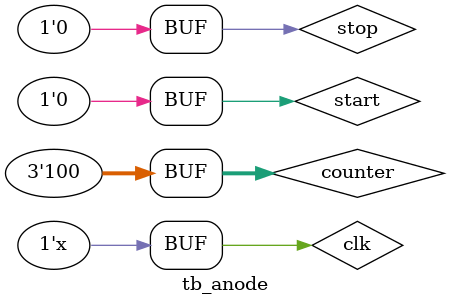
<source format=v>
`timescale 1ns / 1ps


module tb_anode(
    
    );
    
    reg [2:0]counter;
    reg clk, start, stop;
    wire [2:0]anode;
    wire [2:0] upUntil;

    
    
    anode_control testing(.counter(counter),.clk(clk),.start(start),.stop(stop),.upUntil(upUntil),.anode(anode));
    
    initial
    begin
        clk = 0;
        counter = 0;
        start = 0;
        stop = 0;
        #15;
        
        counter = 3'b001;
        start = 1;
        stop = 0;
        #15;
        
        start = 0;
        #15;
        
        counter = 3'b010;
        stop = 1;
        #15;
        
        stop = 0;
        #15;
        
        counter = 3'b011;
        stop = 1;
        #15;
        
        stop = 0;
        #15;
        
        counter = 3'b100;
        stop = 1;
        #15;
        
        stop = 0;
        #15;
    end
    
    always
    begin
        #10 clk = ~clk;
        
    end
        
endmodule

</source>
